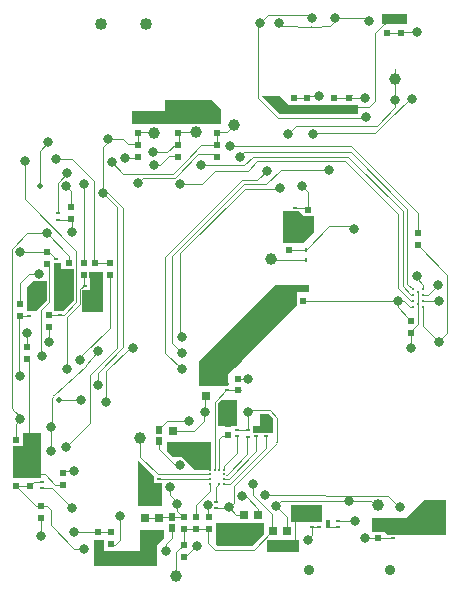
<source format=gbr>
%TF.GenerationSoftware,Altium Limited,Altium Designer,20.1.11 (218)*%
G04 Layer_Physical_Order=4*
G04 Layer_Color=16711680*
%FSLAX45Y45*%
%MOMM*%
%TF.SameCoordinates,A720D921-2E1A-4B1E-B03F-C1F3B01285F1*%
%TF.FilePolarity,Positive*%
%TF.FileFunction,Copper,L4,Bot,Signal*%
%TF.Part,Single*%
G01*
G75*
%TA.AperFunction,Conductor*%
%ADD10C,0.10000*%
%TA.AperFunction,SMDPad,CuDef*%
%ADD15R,0.30000X0.27000*%
%ADD16R,0.50000X0.60000*%
%ADD36R,0.55000X0.60000*%
%TA.AperFunction,ComponentPad*%
%ADD59C,0.90000*%
%ADD60C,1.02000*%
%TA.AperFunction,ViaPad*%
%ADD61C,0.80000*%
%ADD62C,0.50000*%
%ADD63C,0.30000*%
%TA.AperFunction,SMDPad,CuDef*%
%ADD75R,0.80000X0.75000*%
%ADD76C,1.00000*%
%ADD77R,0.40000X0.70000*%
%ADD78R,0.40000X0.25000*%
%TA.AperFunction,BGAPad,CuDef*%
%ADD79C,0.25000*%
%TA.AperFunction,SMDPad,CuDef*%
%ADD80R,0.25000X0.36000*%
%ADD81R,0.50000X0.65000*%
G36*
X3170000Y1679999D02*
X3170000Y1459999D01*
X3010000Y1460000D01*
Y1480000D01*
X3089999Y1480001D01*
X3010001D01*
X3010000Y1650000D01*
X3040000Y1680000D01*
X3170000Y1679999D01*
D02*
G37*
G36*
X3471752Y1528248D02*
Y1401752D01*
X3470000Y1400000D01*
X3469998Y1400002D01*
X3307004D01*
X3308002Y1401000D01*
Y1460399D01*
X3360000D01*
Y1560000D01*
X3440000D01*
X3471752Y1528248D01*
D02*
G37*
G36*
X2950000Y1230000D02*
X2950000D01*
Y1099999D01*
X2940003Y1090002D01*
X2815000D01*
X2705002Y1200000D01*
X2630000D01*
X2580000Y1250000D01*
X2579998Y1320000D01*
X2949999D01*
X2950000Y1230000D01*
D02*
G37*
G36*
X1510000Y1290000D02*
Y1020000D01*
X1270000D01*
X1272505Y1290000D01*
X1360000D01*
Y1400000D01*
X1510000Y1400000D01*
Y1290000D01*
D02*
G37*
G36*
X2470000Y1030000D02*
X2470000Y980000D01*
X2533001D01*
Y783001D01*
X2530000Y780000D01*
X2330000D01*
Y1170000D01*
X2470000Y1030000D01*
D02*
G37*
G36*
X3890000Y642376D02*
X3630000Y642376D01*
Y790000D01*
X3890000D01*
X3890000Y642376D01*
D02*
G37*
G36*
X4940000Y540000D02*
X4930000D01*
X4440000Y540000D01*
X4419998Y560001D01*
X4310000D01*
Y680000D01*
X4600000D01*
X4750000Y830000D01*
X4940000D01*
Y540000D01*
D02*
G37*
G36*
X3400002Y545569D02*
X3294433Y440000D01*
X3010000D01*
X2990000Y460000D01*
X2990000Y640000D01*
X3160001Y640001D01*
X3400002D01*
Y545569D01*
D02*
G37*
G36*
X2550000Y510000D02*
X2490000Y450000D01*
Y270000D01*
X1960000D01*
Y490000D01*
X2040000D01*
Y400000D01*
X2350000D01*
Y580000D01*
X2550000D01*
Y510000D01*
D02*
G37*
G36*
X3690000Y390000D02*
X3420000D01*
Y488700D01*
X3420743Y490000D01*
X3690000D01*
Y390000D01*
D02*
G37*
G36*
X4607505Y4950000D02*
X4607503Y4860000D01*
X4392495Y4860000D01*
Y4950000D01*
X4607505Y4950000D01*
D02*
G37*
G36*
X3481000Y4250000D02*
X3530000D01*
X3600000Y4180000D01*
X4190000D01*
Y4160000D01*
Y4100000D01*
X3530000D01*
X3380000Y4250000D01*
X3481000D01*
X3481000Y4250000D01*
D02*
G37*
G36*
X3030000Y4142000D02*
Y4100000D01*
Y4020000D01*
X2280000D01*
Y4130000D01*
X2560000D01*
Y4220000D01*
X2952000D01*
X3030000Y4142000D01*
D02*
G37*
G36*
X3730000Y3239999D02*
X3820000Y3240000D01*
Y3100000D01*
X3730000Y3010000D01*
X3560000D01*
Y3280000D01*
X3690000D01*
X3730000Y3239999D01*
D02*
G37*
G36*
X2030000Y2420000D02*
X1860000D01*
Y2550000D01*
X1860000Y2550000D01*
Y2610007D01*
X1920000Y2610000D01*
X1920000Y2610000D01*
X1920000Y2610000D01*
Y2670501D01*
D01*
X1918319Y2760000D01*
X1925501D01*
Y2760000D01*
X2014499D01*
D01*
X2030000D01*
Y2420000D01*
D02*
G37*
G36*
X1559999Y2519999D02*
X1470000Y2430000D01*
X1390000Y2429999D01*
X1390000Y2639999D01*
X1439999Y2689999D01*
X1560000Y2690000D01*
X1559999Y2519999D01*
D02*
G37*
G36*
X1618507Y2840000D02*
X1680000D01*
Y2790000D01*
X1785000D01*
Y2522002D01*
X1692988Y2429989D01*
X1620000Y2429995D01*
X1617003Y2841504D01*
X1618507Y2840000D01*
D02*
G37*
G36*
X3780000Y2590000D02*
X3680000D01*
X3680000Y2480000D01*
X3210000Y2010000D01*
X3170000Y1970000D01*
X3149704Y1949704D01*
X3096499Y1896499D01*
Y1819999D01*
X3078501Y1820000D01*
Y1820001D01*
X2850000D01*
Y1970000D01*
Y2000000D01*
Y2010000D01*
X3490000Y2650000D01*
X3780000D01*
Y2590000D01*
D02*
G37*
G36*
X3096499Y1819999D02*
Y1800000D01*
X2850000D01*
Y1820001D01*
X3096499Y1819999D01*
D02*
G37*
%LPC*%
G36*
X3129408Y1970000D02*
D01*
X3150000D01*
D01*
X3129408D01*
D02*
G37*
%LPD*%
D10*
X1622304Y1720585D02*
G03*
X1617392Y1715395I37702J-40592D01*
G01*
X1888390Y1968491D02*
G03*
X1894225Y1974623I-47989J51509D01*
G01*
X3351106Y826885D02*
G03*
X3356885Y821106I52586J46807D01*
G01*
X3504224Y1314224D02*
G03*
X3507151Y1321096I-7072J7071D01*
G01*
X2060799Y1809638D02*
G03*
X2060799Y1810452I-70399J362D01*
G01*
X3799423Y4839207D02*
G03*
X3801987Y4839217I1015J70393D01*
G01*
X2035000Y3487506D02*
G03*
X2035000Y3502495I-70000J7495D01*
G01*
X4120002Y4239999D02*
X4249999D01*
X4340400Y4210400D02*
Y4788393D01*
X4417007Y4864999D01*
X4290000Y4160000D02*
X4340400Y4210400D01*
X4166824Y4160000D02*
X4290000D01*
X4251668Y4069600D02*
X4257934Y4075866D01*
X3670003Y4000000D02*
X4349937D01*
X4510000Y4160063D01*
X3517408Y4069600D02*
X4251668D01*
X3349600Y4237408D02*
Y4859600D01*
X3360000Y4870000D01*
X3349600Y4237408D02*
X3517408Y4069600D01*
X3769999Y4250000D02*
X3860000D01*
X4510000Y4220000D02*
Y4320000D01*
X4509999Y4320001D02*
X4510000Y4320000D01*
Y4160063D02*
Y4220000D01*
X4509999Y4320001D02*
Y4479999D01*
X4450000Y4050000D02*
X4630000Y4230000D01*
X4650000D01*
X4450000Y4050000D02*
X4450000D01*
X4158000Y3129377D02*
Y3149377D01*
X3949994Y3149994D02*
X4158617D01*
X4158000Y3149377D02*
X4158617Y3149994D01*
X4640000Y2244999D02*
Y2259995D01*
X1509675Y2439676D02*
X1580000Y2510000D01*
X1579997Y2300001D02*
X1580076Y2299923D01*
X1509675Y2060325D02*
X1520000Y2050000D01*
X1580076Y2170000D02*
Y2299923D01*
X1509675Y2060325D02*
Y2439676D01*
X1329999Y2490001D02*
Y2669999D01*
X1410000Y2750000D02*
X1490000D01*
X1329999Y2669999D02*
X1410000Y2750000D01*
X1319600Y1894539D02*
X1330000Y1884139D01*
X1319600Y1894539D02*
Y2279161D01*
X1330000Y2930000D02*
X1530000D01*
X1259600Y1610400D02*
X1270000Y1600000D01*
X1259600Y1610400D02*
Y2959600D01*
X1390000Y3090000D01*
X1559200D01*
X1319600Y2279161D02*
X1320000Y2279561D01*
Y2380002D02*
X1329999Y2390001D01*
X1320000Y2279561D02*
Y2380002D01*
X1390000Y2150000D02*
X1410001Y2129999D01*
X1390000Y2150000D02*
Y2250000D01*
X1580000Y2510000D02*
Y2810001D01*
X1560002Y2830000D02*
X1580000Y2810001D01*
X1530000Y2930000D02*
X1578500D01*
X1638500Y2870000D01*
X1351493Y2391495D02*
X1409993D01*
X4880000Y2180000D02*
X4950400Y2250400D01*
X4880000Y2170000D02*
Y2180000D01*
X4950400Y2250400D02*
Y2737102D01*
X4880000Y2170000D02*
Y2170000D01*
X4743500Y2306500D02*
Y2464996D01*
Y2306500D02*
X4880000Y2170000D01*
X4417007Y4864999D02*
X4419999D01*
X4439999Y4884999D01*
Y4889999D01*
X4564603Y4794600D02*
X4689600D01*
X4560002Y4789999D02*
X4564603Y4794600D01*
X4439999Y4789999D02*
X4560002D01*
X3200001Y1859999D02*
X3259999D01*
X3170001Y1427001D02*
X3259996D01*
X3510800Y1503747D02*
Y1528760D01*
X3449160Y1590400D02*
X3510800Y1528760D01*
X3270400Y1590400D02*
X3449160D01*
X3260000Y1580000D02*
X3270400Y1590400D01*
X3420000Y1515259D02*
Y1520000D01*
Y1515259D02*
X3435220Y1500039D01*
X3260000Y1430002D02*
Y1580000D01*
X2924998Y465002D02*
Y584999D01*
X2980000Y410000D02*
X3309999D01*
X2924998Y465002D02*
X2980000Y410000D01*
X3091498Y761498D02*
X3100000Y770000D01*
X2989999Y761498D02*
X3091498D01*
X2820000Y440000D02*
X2830000D01*
X2730001Y350001D02*
X2820000Y440000D01*
X2720000Y589998D02*
X2720002Y590000D01*
X2720000Y460001D02*
Y589998D01*
X2700002Y440003D02*
X2720000Y460001D01*
X2700002Y437503D02*
Y440003D01*
X2687500Y425001D02*
X2700002Y437503D01*
X2652100Y392593D02*
X2669908Y410401D01*
X2685000Y425001D02*
X2687500D01*
X2669908Y410401D02*
X2670400D01*
X2650000Y390001D02*
X2652100Y392101D01*
X2670400Y410401D02*
X2685000Y425001D01*
X2652100Y392101D02*
Y392593D01*
X2650000Y190000D02*
Y390001D01*
X1873759Y2653257D02*
X1873759Y2653257D01*
X1869999Y2739998D02*
X1873759Y2736239D01*
Y2653257D02*
Y2736239D01*
X1840000Y2615247D02*
X1878010Y2653257D01*
X1873759D02*
X1878010D01*
X1859091Y2057633D02*
Y2059091D01*
X2090000Y2290000D02*
Y2740000D01*
X1840400Y2020000D02*
Y2038942D01*
X1859091Y2057633D01*
Y2059091D02*
X2090000Y2290000D01*
X1804600Y2504663D02*
Y2696609D01*
X1805399Y2697408D01*
Y2944161D01*
X1840000Y2490000D02*
Y2615247D01*
X1730400Y2380400D02*
X1840000Y2490000D01*
X1701430Y2401493D02*
X1804600Y2504663D01*
X1370000Y3379560D02*
X1805399Y2944161D01*
X1730400Y1940000D02*
Y2380400D01*
X1671490Y2401493D02*
X1701430D01*
X1670010Y2400012D02*
X1671490Y2401493D01*
X1581491Y2398508D02*
X1670010D01*
X1669990Y2401493D02*
X1671490D01*
X1622304Y1720585D02*
X1888390Y1968491D01*
X1598694Y1459088D02*
Y1692886D01*
X1617392Y1715395D01*
X1894225Y1974623D02*
X1991665Y2090000D01*
X1670010Y2398508D02*
Y2400012D01*
X1660006Y1679993D02*
X1660013Y1680000D01*
X1850000D01*
X2150000Y2120439D02*
Y3310000D01*
X1920000Y1890439D02*
X2150000Y2120439D01*
X1920000Y1709561D02*
Y1890439D01*
X2205000Y2125376D02*
Y3305063D01*
X1990000Y1910376D02*
X2205000Y2125376D01*
X1990000Y1812800D02*
Y1910376D01*
X2260000Y2120000D02*
X2290000D01*
X2060401Y1920400D02*
X2063329Y1923329D01*
X1990000Y1812800D02*
X1990400Y1810000D01*
X2063329Y1923329D02*
X2260000Y2120000D01*
X2060401Y1912116D02*
Y1920400D01*
Y1912116D02*
X2060799Y1810452D01*
X2060000Y1660000D02*
Y1684942D01*
X2057471Y1687471D02*
X2060000Y1684942D01*
X1410800Y1390800D02*
Y1890533D01*
X1410798D02*
X1410800D01*
X1410000Y1390000D02*
X1410800Y1390800D01*
X3500000Y780000D02*
X3595244Y684756D01*
X3500000Y780000D02*
X3540400Y820400D01*
X3902592D01*
X3595244Y582749D02*
Y684756D01*
X4335646Y790000D02*
X4360000D01*
X4305646Y820000D02*
X4335646Y790000D01*
X4120000Y820000D02*
X4305646D01*
X3902992D02*
X4120000D01*
X3902592Y820400D02*
X3902992Y820000D01*
X3403692Y873692D02*
X4440000Y870000D01*
X4442929Y867071D01*
X4540000Y770000D01*
X3770000Y507779D02*
X3800001Y537780D01*
Y601501D01*
X3770000Y490000D02*
Y507779D01*
X3862002Y604501D02*
X3865002Y607501D01*
X3803001Y604501D02*
X3862002D01*
X3800001Y601501D02*
X3803001Y604501D01*
X3589998Y577503D02*
X3595244Y582749D01*
X3660000Y660000D02*
X3660398Y659602D01*
Y450398D02*
Y659602D01*
X3660000Y450000D02*
X3660398Y450398D01*
X3467071Y570432D02*
Y710919D01*
X3309999Y410000D02*
X3467501Y567502D01*
X4120002Y4243891D02*
X4140002Y4263891D01*
X4120002Y4239999D02*
Y4243891D01*
X3820432Y3940031D02*
X4340032D01*
X3600001Y3929998D02*
X3670003Y4000000D01*
X3810000Y3929600D02*
X3820432Y3940031D01*
X3110000Y3830000D02*
X4130000D01*
X4700000Y3260000D01*
X4640000Y2259995D02*
X4700003Y2319998D01*
X4620002Y2264997D02*
Y2269997D01*
Y2264997D02*
X4640000Y2244999D01*
X4700003Y2319998D02*
Y2439998D01*
X4748501Y2520000D02*
X4880000D01*
X4743500Y2514999D02*
X4748501Y2520000D01*
X4700000Y2987502D02*
X4950400Y2737102D01*
X3250897Y856606D02*
X3349999Y757504D01*
Y707499D02*
Y757504D01*
X3210400Y870000D02*
X3223794Y856606D01*
X3250897D01*
X3303795Y874195D02*
X3350906Y827085D01*
X3351106Y826884D01*
X3356884Y821106D02*
X3357082Y820908D01*
X3303795Y874195D02*
Y966205D01*
X3357082Y820908D02*
X3467071Y710919D01*
X3300000Y970000D02*
X3303795Y966205D01*
X2919998Y589999D02*
X2924998Y584999D01*
X2812499Y614999D02*
X2827502D01*
X4019999Y658501D02*
X4168501D01*
X4489998Y568500D02*
X4490746Y569249D01*
X4449998Y568500D02*
X4489998D01*
X4408498Y610000D02*
X4449998Y568500D01*
X4359999Y610000D02*
X4408498D01*
X4361497Y511498D02*
X4489998D01*
X4540000Y770000D02*
X4550000D01*
X3507151Y1321096D02*
X3510785Y1503747D01*
X3395400Y1205400D02*
X3504224Y1314224D01*
X3060000Y1010000D02*
X3066742D01*
X3109874Y970000D02*
X3410002Y1270128D01*
X3140000Y810000D02*
Y950063D01*
X3410002Y1270128D02*
Y1371498D01*
X3096766Y1012497D02*
X3329998Y1245730D01*
X3069239Y1012497D02*
X3096766D01*
X3066742Y1010000D02*
X3069239Y1012497D01*
X3395337Y1205400D02*
X3395400D01*
X3060000Y970000D02*
X3109874D01*
X3329998Y1245730D02*
Y1371503D01*
X3140000Y950063D02*
X3395337Y1205400D01*
X2979110Y1090890D02*
Y1661117D01*
X3020000Y1098532D02*
Y1350000D01*
X1340000Y2380002D02*
X1351493Y2391495D01*
X1272929Y1597071D02*
X1330000Y1540000D01*
X1410001Y2029999D02*
X1410798Y1890533D01*
X1270000Y1600000D02*
X1272929Y1597071D01*
X2389998Y542498D02*
X2400000Y532496D01*
X4359998Y609999D02*
X4359999Y610000D01*
X4250000Y510000D02*
X4359999D01*
X4361497Y511498D01*
X4359998Y509999D02*
X4359999Y510000D01*
X2137502Y453748D02*
X2180000Y496246D01*
Y700000D01*
X2100001Y459999D02*
X2106252Y453748D01*
X2137502D01*
X1790000Y560000D02*
X1989998D01*
Y559999D02*
X2100001D01*
X1598490Y931510D02*
X1768091Y761909D01*
X1770000D01*
X1520008Y931510D02*
X1598490D01*
X1692502Y1059998D02*
Y1061863D01*
X1712502Y1081863D02*
X1791091D01*
X1692502Y1061863D02*
X1712502Y1081863D01*
X1500000Y3490000D02*
Y3790000D01*
X1570000Y3860000D01*
X3083748Y1373750D02*
X3089999Y1380001D01*
X3043750Y1373750D02*
X3083748D01*
X3020000Y1350000D02*
X3043750Y1373750D01*
X3170001Y1230001D02*
Y1371499D01*
X3060000Y1120000D02*
X3170001Y1230001D01*
X3060000Y1090002D02*
Y1120000D01*
X2940000Y909561D02*
Y970000D01*
X3082103Y1047897D02*
X3257197Y1222991D01*
X2989999Y939999D02*
X3020000Y970000D01*
X3100000Y770000D02*
X3140000Y810000D01*
X2989999Y818501D02*
Y939999D01*
X3076983Y1047897D02*
X3082103D01*
X3257197Y1222991D02*
Y1367203D01*
X3259997Y1370003D01*
X2820002Y789563D02*
X2940000Y909561D01*
X3100000Y770000D02*
X3162498Y707502D01*
X2630000Y1282498D02*
X2646637Y1265862D01*
X2510000Y1260809D02*
X2640809Y1130000D01*
X2510000Y1260809D02*
Y1332496D01*
X2640809Y1130000D02*
X2690000D01*
X2510000Y1332496D02*
X2510002Y1332498D01*
X2690000Y1130000D02*
Y1160000D01*
X2498038Y1052401D02*
X2929059D01*
X2523396Y1010398D02*
X2939606D01*
X2630000Y1417499D02*
X2635000Y1412499D01*
X2802499D02*
X2890000Y1500000D01*
X2635000Y1412499D02*
X2802499D01*
X2890000Y1570000D02*
X2900000Y1580000D01*
X2890000Y1500000D02*
Y1570000D01*
X2075000Y3866058D02*
Y3885000D01*
X4271058Y4890000D02*
X4290000D01*
X4251058Y4910000D02*
X4271058Y4890000D01*
X4000000Y4910000D02*
X4251058D01*
X1300000Y1240000D02*
X1320000D01*
X1330000Y1510000D02*
Y1540000D01*
X1300000Y1340000D02*
Y1480000D01*
X1330000Y1510000D01*
X3524268Y4869600D02*
Y4869600D01*
X3551078Y4842789D02*
X3555136Y4842730D01*
X3799423Y4839207D01*
X3524268Y4869600D02*
X3551078Y4842789D01*
X3430000Y4940000D02*
X3770039D01*
X3800439Y4909600D01*
X3238876Y3468750D02*
X3528750D01*
X3414150Y3504150D02*
X3540000Y3630000D01*
X2690000Y2919874D02*
X3238876Y3468750D01*
X2560000Y2890000D02*
X3209550Y3539550D01*
X3339550D02*
X3420000Y3620000D01*
X3528750Y3468750D02*
X3530000Y3470000D01*
X3209550Y3539550D02*
X3339550D01*
X2620000Y2899937D02*
X3224213Y3504150D01*
X3414150D01*
X3190000Y3740400D02*
X3195200D01*
X3230200Y3775400D02*
X4134537D01*
X3195200Y3740400D02*
X3230200Y3775400D01*
X2869251Y3509780D02*
X2979871Y3620400D01*
X2690220Y3509780D02*
X2869251D01*
X3230000Y3670000D02*
X3300000Y3740000D01*
X2860000Y3670000D02*
X3230000D01*
X2639752Y3559200D02*
X2840552Y3760000D01*
X2727899Y3697962D02*
X2864448Y3834511D01*
X2727899Y3697409D02*
Y3697962D01*
X2625089Y3594600D02*
X2727899Y3697409D01*
X4134537Y3775400D02*
X4610000Y3299937D01*
X2840552Y3760000D02*
X2980003D01*
X3000002Y3740001D01*
X3300000Y3740000D02*
X4110000D01*
X4120002Y3729998D01*
X4120003D01*
X4570000Y3280000D01*
X3949600Y3630000D02*
X3950000Y3629600D01*
X3260400Y3620400D02*
X3340000Y3700000D01*
X4080000D02*
X4530000Y3250000D01*
X3340000Y3700000D02*
X4080000D01*
X3540000Y3630000D02*
X3949600D01*
X2515063Y3665000D02*
X2595066Y3745003D01*
X2464600Y3665000D02*
X2515063D01*
X2580000Y3780000D02*
X2650002Y3850003D01*
X2595066Y3745003D02*
X2685001D01*
X2460000Y3780000D02*
X2580000D01*
X2205400Y3594600D02*
X2625089D01*
X2374200Y3559200D02*
X2639752D01*
X2330000Y3515000D02*
X2374200Y3559200D01*
X2999998Y3939999D02*
X3009999Y3950000D01*
X3139998Y4009998D02*
Y4010001D01*
X3080000Y3950000D02*
X3139998Y4009998D01*
X3009999Y3950000D02*
X3080000D01*
X4869600Y2649595D02*
Y2649998D01*
X4787871Y2567866D02*
X4869600Y2649595D01*
X3435220Y1492016D02*
Y1496458D01*
X3435220Y1500039D01*
X2030000Y3430000D02*
X2150000Y3310000D01*
X2650002Y3850003D02*
X2680001D01*
X2979871Y3620400D02*
X3260400D01*
X2710000Y350001D02*
X2730001D01*
X2575003Y1500000D02*
X2760000D01*
X2510002Y1434999D02*
X2575003Y1500000D01*
X2510002Y1427499D02*
Y1434999D01*
X2600000Y877782D02*
X2660000Y817782D01*
X2600000Y877782D02*
Y939998D01*
X2660000Y735385D02*
Y800000D01*
Y817782D01*
X2350000Y1200439D02*
X2498038Y1052401D01*
X2660000Y735385D02*
X2700000Y695385D01*
X2694805Y690190D02*
X2700000Y695385D01*
X3162498Y707502D02*
X3230001D01*
X2820002Y689999D02*
Y789563D01*
X2920000Y689997D02*
X2939998Y669999D01*
X2920000Y689997D02*
Y790000D01*
X2924998Y584999D02*
X2929998Y589999D01*
X2509250Y950749D02*
X2509999Y951498D01*
X2510000Y951497D01*
X2510002Y677500D02*
X2520001Y687499D01*
X2619998D01*
X2389998Y677499D02*
X2510001D01*
X2510002Y677500D01*
X2390000Y542499D02*
X2510002D01*
X2389998Y542498D02*
X2390000Y542499D01*
X1920400Y1480400D02*
Y1709160D01*
X1720000Y1280000D02*
X1920400Y1480400D01*
X1920000Y1709561D02*
X1920400Y1709160D01*
X2057471Y1687471D02*
X2060400Y1690400D01*
X2060799Y1809638D01*
X1770000Y3720000D02*
X1959600Y3530400D01*
Y2850400D02*
Y3530400D01*
X1870000Y2839999D02*
Y3510000D01*
X1640800Y3720000D02*
X1770000D01*
X1640000Y3719200D02*
X1640800Y3720000D01*
X3360000Y4870000D02*
X3430000Y4940000D01*
X4000000Y4890000D02*
Y4910000D01*
X3952529Y4842529D02*
X4000000Y4890000D01*
X3729998Y2520001D02*
X3735030Y2514969D01*
X4530000D01*
X3445049Y2865997D02*
X3750000D01*
Y2950000D02*
X3949994Y3149994D01*
X4530000Y2464999D02*
Y2514969D01*
Y2464999D02*
X4620002Y2374997D01*
X4530000Y2514969D02*
X4585031D01*
X4635004Y2464996D01*
X4530000Y2630766D02*
X4642897Y2517869D01*
X4570000Y2640829D02*
Y3280000D01*
Y2640829D02*
X4642963Y2567866D01*
X4530000Y2630766D02*
Y3250000D01*
X4620002Y2369997D02*
Y2374997D01*
X4635004Y2464996D02*
X4656500D01*
X4610000Y2661499D02*
X4656500Y2614999D01*
X4610000Y2661499D02*
Y3299937D01*
X3801987Y4839217D02*
X3952529Y4842529D01*
X4120000Y4240000D02*
Y4244997D01*
X4653630Y2517869D02*
X4656500Y2514999D01*
X4642897Y2517869D02*
X4653630D01*
Y2567866D02*
X4656500Y2564996D01*
X4642963Y2567866D02*
X4653630D01*
X4700000Y2987502D02*
Y2990002D01*
Y3090002D02*
Y3260000D01*
X4640000Y2120000D02*
Y2244999D01*
X4639999Y2249999D02*
X4640000Y2249999D01*
X3862002Y655499D02*
X3865002Y652499D01*
X2570000Y400000D02*
Y460000D01*
X2619998Y509998D02*
Y592498D01*
X2570000Y460000D02*
X2619998Y509998D01*
X2720002Y590000D02*
X2820001D01*
X2619998Y687499D02*
X2697497D01*
X2350000Y1200439D02*
Y1330000D01*
X2929059Y1052401D02*
X2931460Y1050000D01*
X2694805Y690190D02*
X2697497Y687499D01*
X3770002Y3290002D02*
Y3439998D01*
X3720000Y3490000D02*
X3770002Y3439998D01*
X2900000Y1857503D02*
X2910001Y1847502D01*
X2560000Y2080000D02*
Y2890000D01*
X2620000Y2160000D02*
Y2899937D01*
X2690000Y2220000D02*
Y2919874D01*
X2620000Y2160000D02*
X2700000Y2080000D01*
X2560000Y2080000D02*
X2700000Y1940000D01*
X2690000Y2220000D02*
X2700000Y2210000D01*
X2864448Y3834511D02*
X3000002D01*
X3751505Y3308499D02*
X3770002Y3290002D01*
X3660000Y3308499D02*
X3751505D01*
X3660000Y3251501D02*
X3661499D01*
X1740001Y3240001D02*
X1779999D01*
X4743500Y2614999D02*
Y2656500D01*
X4690002Y2709998D02*
X4743500Y2656500D01*
X3349997Y572501D02*
X3349999Y572498D01*
X1760001Y3309999D02*
Y3450410D01*
X1720410Y3490000D02*
X1760001Y3450410D01*
X1650010Y3520010D02*
X1730000Y3600000D01*
X1650010Y3258510D02*
Y3520010D01*
X2329999Y3845001D02*
Y3940001D01*
Y3840000D02*
Y3845001D01*
X1510002Y779999D02*
X1510003Y780000D01*
X1560000D01*
X1300000Y944998D02*
Y949998D01*
Y944998D02*
X1320000Y924998D01*
X1325000D01*
X1470000Y779999D01*
X1510002D01*
X1419994Y949998D02*
X1419998Y950002D01*
X1300000Y949998D02*
X1419994D01*
X1453503Y988508D02*
X1520008D01*
X1419994Y954998D02*
X1453503Y988508D01*
X1419994Y949998D02*
Y954998D01*
X1692501Y960000D02*
X1692502Y959998D01*
X1630000Y960000D02*
X1692501D01*
X1419998Y1050002D02*
X1539998D01*
X1630000Y960000D01*
X1419998Y1050002D02*
X1420000Y1050004D01*
X1300000Y1049999D02*
X1300000Y1049998D01*
X1419994D02*
X1419998Y1050002D01*
X1959600Y2850400D02*
X1970000Y2840000D01*
X2090000D01*
X2670000Y4045002D02*
X2685001D01*
X2670000Y4040001D02*
Y4045002D01*
X2669999Y4040000D02*
X2670000Y4040001D01*
X4120001Y4140000D02*
X4120002Y4139999D01*
X3759999D02*
X3759999Y4140000D01*
X3759998D02*
X3759999Y4139999D01*
X3170001Y1427001D02*
Y1428502D01*
X3329998Y1428500D02*
X3329998Y1428501D01*
X3078501Y1820000D02*
X3079999Y1818502D01*
X2979110Y1661117D02*
X2999493Y1681500D01*
X3000000D01*
X2900000Y1580000D02*
Y1702500D01*
X2910001Y1712501D01*
X3000000Y1681500D02*
X3069999Y1751499D01*
X3078499Y1761499D02*
X3079999D01*
X3069999Y1752999D02*
X3078499Y1761499D01*
X3069999Y1751499D02*
Y1752999D01*
X2820002Y589999D02*
X2919998D01*
X2820001Y590000D02*
X2820002Y589999D01*
X3079999Y1761499D02*
X3198501D01*
X3200001Y1759999D01*
X3949999Y601498D02*
X4019999D01*
X3934999Y616498D02*
X3949999Y601498D01*
X3934999Y616498D02*
Y630000D01*
X3259996Y1427001D02*
X3259997Y1427000D01*
X2700000Y1940000D02*
Y1940000D01*
X4743500Y2564996D02*
X4746370Y2567866D01*
X4787871D01*
X4700000Y2440000D02*
X4700003Y2439998D01*
X2035000Y3475063D02*
X2205000Y3305063D01*
X2997713Y3747291D02*
X3000002Y3745002D01*
X2994784Y3750220D02*
X2997713Y3747291D01*
X4340032Y3940031D02*
X4450000Y4050000D01*
X2035000Y3825000D02*
X2056109Y3846109D01*
Y3847168D01*
X2075000Y3866058D01*
X2035000Y3502495D02*
Y3825000D01*
Y3502495D02*
Y3502495D01*
Y3475063D02*
Y3487506D01*
X4700000Y2440000D02*
Y2490000D01*
Y2590000D01*
X3759999Y4239999D02*
X3769999Y4250000D01*
X3989996Y4240000D02*
X4120000D01*
X3650000D02*
X3759998D01*
X3759999Y4239999D01*
X1560000Y3090000D02*
X1750000Y2900000D01*
X1770000Y3100000D02*
Y3200000D01*
X1370000Y3379560D02*
Y3700000D01*
X3610004Y2950000D02*
X3750000D01*
X3610004Y2949999D02*
X3610004Y2950000D01*
X2669999Y3840001D02*
X2680000Y3850002D01*
X2669999Y3940001D02*
X2680000Y3930000D01*
Y3850002D02*
Y3930000D01*
X2999998Y3840005D02*
Y3939999D01*
Y3840005D02*
X3000002Y3840001D01*
X2345004Y3944999D02*
X2495003D01*
X2244999Y3845001D02*
X2329999D01*
Y3839999D02*
X2329999Y3840000D01*
X2329992Y3729993D02*
X2345001Y3745002D01*
X2219996Y3729993D02*
X2329992D01*
X2110001Y3690000D02*
X2205400Y3594600D01*
X1559200Y3090000D02*
X1559600Y3089600D01*
X1790000Y420000D02*
X1870000D01*
X1590000Y620000D02*
X1790000Y420000D01*
X1590000Y620000D02*
Y750000D01*
X1640000Y2813003D02*
X1641500D01*
X1638500Y2870000D02*
X1640000D01*
X2685001Y4045002D02*
X2685005Y4044999D01*
X2075000Y3885000D02*
X2205000D01*
X2244999Y3845001D01*
X1589606Y1450000D02*
X1598694Y1459088D01*
X1590000Y1250000D02*
Y1449606D01*
X1579997Y2400001D02*
X1581491Y2398508D01*
X1560000Y780000D02*
X1590000Y750000D01*
X1510000Y530000D02*
Y560000D01*
X1510002Y560002D02*
Y679999D01*
X1510000Y560000D02*
X1510002Y560002D01*
X1589606Y1450000D02*
X1590000Y1449606D01*
X2685001Y3945002D02*
X2685001Y3945003D01*
X2685004Y3945000D02*
X2825000D01*
X2345001Y3945003D02*
X2345004Y3944999D01*
X2685001Y3945003D02*
X2685004Y3945000D01*
X1760001Y3209999D02*
X1770000Y3200000D01*
X1751509Y3201507D02*
X1760001Y3209999D01*
X1650010Y3201507D02*
X1751509D01*
X1869999Y2839998D02*
X1870000Y2839999D01*
X1750000Y2840001D02*
Y2900000D01*
X1749999Y2840000D02*
X1750000Y2840001D01*
D15*
X1669990Y2458490D02*
D03*
Y2401493D02*
D03*
X4489998Y568500D02*
D03*
Y511498D02*
D03*
X3170001Y1428502D02*
D03*
Y1371499D02*
D03*
X3410002Y1428501D02*
D03*
Y1371498D02*
D03*
X1520008Y931510D02*
D03*
Y988508D02*
D03*
X3800001Y601501D02*
D03*
Y658499D02*
D03*
X4019999Y658501D02*
D03*
Y601498D02*
D03*
X1880006Y2591507D02*
D03*
Y2648510D02*
D03*
X1640000Y2813003D02*
D03*
Y2870000D02*
D03*
X1409993Y2391495D02*
D03*
Y2448493D02*
D03*
X1650010Y3258510D02*
D03*
Y3201507D02*
D03*
X3660000Y3251501D02*
D03*
Y3308499D02*
D03*
X3329998Y1371503D02*
D03*
Y1428500D02*
D03*
X3259997Y1370003D02*
D03*
Y1427000D02*
D03*
X2509999Y1008501D02*
D03*
Y951498D02*
D03*
X2989999Y761498D02*
D03*
Y818501D02*
D03*
X3079999Y1761499D02*
D03*
Y1818502D02*
D03*
D16*
X1989998Y559999D02*
D03*
Y459999D02*
D03*
X4439999Y4789999D02*
D03*
Y4889999D02*
D03*
X4560002Y4789999D02*
D03*
Y4889999D02*
D03*
X4359998Y509999D02*
D03*
Y609999D02*
D03*
X4639999Y2349999D02*
D03*
Y2249999D02*
D03*
X1692502Y1059998D02*
D03*
Y959998D02*
D03*
X1560002Y2830000D02*
D03*
Y2929999D02*
D03*
X1390002Y2129999D02*
D03*
Y2029999D02*
D03*
X1749999Y2840000D02*
D03*
Y2740000D02*
D03*
X1869999Y2839998D02*
D03*
Y2739998D02*
D03*
X1329999Y2390001D02*
D03*
Y2490001D02*
D03*
X1760001Y3309999D02*
D03*
Y3209999D02*
D03*
X1970000Y2740000D02*
D03*
Y2840000D02*
D03*
X1300000Y1240000D02*
D03*
Y1340000D02*
D03*
X1419998Y1050002D02*
D03*
Y950002D02*
D03*
X1300000Y1049998D02*
D03*
Y949998D02*
D03*
X3729998Y2620000D02*
D03*
Y2520001D02*
D03*
X3610004Y3049999D02*
D03*
Y2949999D02*
D03*
X3770002Y3190002D02*
D03*
Y3290002D02*
D03*
X3650000Y4140000D02*
D03*
Y4240000D02*
D03*
X3759999Y4139999D02*
D03*
Y4239999D02*
D03*
X3989996Y4140000D02*
D03*
Y4240000D02*
D03*
X4120002Y4139999D02*
D03*
Y4239999D02*
D03*
D36*
X4700000Y2990002D02*
D03*
Y3090002D02*
D03*
X2090000Y2840000D02*
D03*
Y2740000D02*
D03*
X2329999Y3839999D02*
D03*
Y3740000D02*
D03*
X2669999Y3740001D02*
D03*
Y3840001D02*
D03*
X3000002D02*
D03*
Y3740001D02*
D03*
X1579997Y2300001D02*
D03*
Y2400001D02*
D03*
X2100001Y559999D02*
D03*
Y459999D02*
D03*
X1510002Y779999D02*
D03*
Y679999D02*
D03*
X2999998Y4039999D02*
D03*
Y3939999D02*
D03*
X2669999Y4040000D02*
D03*
Y3940001D02*
D03*
X2329999Y4040000D02*
D03*
Y3940001D02*
D03*
X2720002Y690000D02*
D03*
Y590000D02*
D03*
X2820002Y589999D02*
D03*
Y689999D02*
D03*
X3089999Y1480001D02*
D03*
Y1380001D02*
D03*
X2929998Y589999D02*
D03*
Y689999D02*
D03*
X2720000Y350001D02*
D03*
Y450001D02*
D03*
X3180001Y1759999D02*
D03*
Y1859999D02*
D03*
D59*
X4459999Y240002D02*
D03*
X3780000D02*
D03*
D60*
X2020000Y4860000D02*
D03*
X2401000D02*
D03*
D61*
X4249999Y4239999D02*
D03*
X4257934Y4075866D02*
D03*
X3860000Y4250000D02*
D03*
X4510000Y4220000D02*
D03*
X4650000Y4230000D02*
D03*
X4158000Y3129377D02*
D03*
X4820009Y660004D02*
D03*
X4660008D02*
D03*
X3700007Y3060007D02*
D03*
X3740007Y740004D02*
D03*
X3660007Y3140007D02*
D03*
X3540007Y4180008D02*
D03*
Y2580006D02*
D03*
X3500007Y2500006D02*
D03*
X3460007Y2420006D02*
D03*
X3420007Y2500006D02*
D03*
X3380007Y2420006D02*
D03*
X3420007Y2340006D02*
D03*
X3260007D02*
D03*
Y2180006D02*
D03*
X3220007Y2100005D02*
D03*
X3180007Y2180006D02*
D03*
X3140007Y2100005D02*
D03*
X3060007D02*
D03*
Y1620005D02*
D03*
Y500004D02*
D03*
X2860006Y4100008D02*
D03*
X2780006Y1220004D02*
D03*
X2420006Y980004D02*
D03*
X2380006Y1060004D02*
D03*
X1460005Y2580006D02*
D03*
X1380005Y1140004D02*
D03*
X4740009Y660004D02*
D03*
X3820007Y740004D02*
D03*
X3620007Y2580006D02*
D03*
X3580007Y2500006D02*
D03*
X3540007Y2420006D02*
D03*
X3380007Y2260006D02*
D03*
X3340007Y2340006D02*
D03*
X3300007Y2260006D02*
D03*
X3220007D02*
D03*
X3140007Y500004D02*
D03*
X3100006Y2180006D02*
D03*
X2860006Y1220004D02*
D03*
X2780006Y4100008D02*
D03*
X2420006Y340003D02*
D03*
X2380006Y900004D02*
D03*
X2180006Y340003D02*
D03*
X2100005D02*
D03*
X2020005D02*
D03*
X1980005Y2500006D02*
D03*
X1700005Y2580006D02*
D03*
X1660005Y2660006D02*
D03*
X1460005Y1300005D02*
D03*
X1420005Y1220004D02*
D03*
X1580076Y2170000D02*
D03*
X1330000Y1884139D02*
D03*
Y2930000D02*
D03*
X1390000Y2250000D02*
D03*
X1490000Y2750000D02*
D03*
X4689600Y4794600D02*
D03*
X3259999Y1859999D02*
D03*
X3420000Y1520000D02*
D03*
X3260000Y1580000D02*
D03*
X2830000Y440000D02*
D03*
X1840400Y2020000D02*
D03*
X1730400Y1940000D02*
D03*
X1991665Y2090000D02*
D03*
X2060000Y1660000D02*
D03*
X2290000Y2120000D02*
D03*
X1520000Y2050000D02*
D03*
X3500000Y780000D02*
D03*
X4120000Y820000D02*
D03*
X3770000Y490000D02*
D03*
X3810000Y3929600D02*
D03*
X3110000Y3830000D02*
D03*
X4880000Y2520000D02*
D03*
X3403692Y873692D02*
D03*
X4168501Y658501D02*
D03*
X4550000Y770000D02*
D03*
X4250000Y510000D02*
D03*
X2180000Y700000D02*
D03*
X1770000Y761909D02*
D03*
X1791091Y1081863D02*
D03*
X1570000Y3860000D02*
D03*
X3100000Y770000D02*
D03*
D03*
X2690000Y1130000D02*
D03*
X1790000Y560000D02*
D03*
X2860000Y3670000D02*
D03*
X3720000Y3490000D02*
D03*
X3530000Y3470000D02*
D03*
X2690220Y3509780D02*
D03*
X2075000Y3885000D02*
D03*
X4530000Y2514969D02*
D03*
X4290000Y4890000D02*
D03*
X3190000Y3740400D02*
D03*
X3950000Y3629600D02*
D03*
X3420000Y3620000D02*
D03*
X2460000Y3780000D02*
D03*
X2464600Y3665000D02*
D03*
X4880000Y2170000D02*
D03*
X4869600Y2649998D02*
D03*
X2760000Y1500000D02*
D03*
X2600000Y939998D02*
D03*
X2660000Y800000D02*
D03*
X2920000Y790000D02*
D03*
X1850000Y1680000D02*
D03*
X1990400Y1810000D02*
D03*
X1870000Y3510000D02*
D03*
X1640000Y3719200D02*
D03*
X3600001Y3929998D02*
D03*
X3360000Y4870000D02*
D03*
X4000000Y4910000D02*
D03*
X3800439Y4909600D02*
D03*
X4689937Y2730000D02*
D03*
X4640000Y2120000D02*
D03*
X2570000Y400000D02*
D03*
X3210400Y870000D02*
D03*
X3300000Y970000D02*
D03*
X1720410Y3490000D02*
D03*
X1330000Y1520000D02*
D03*
X2900000Y1580000D02*
D03*
X2700000Y2080000D02*
D03*
Y1940000D02*
D03*
Y2210000D02*
D03*
X3524268Y4869600D02*
D03*
X1720000Y1280000D02*
D03*
X1559600Y3089600D02*
D03*
X1770000Y3100000D02*
D03*
X2219996Y3729993D02*
D03*
X2110001Y3690000D02*
D03*
X2030000Y3430000D02*
D03*
X1730000Y3600000D02*
D03*
X2330000Y3515000D02*
D03*
X1589606Y1450000D02*
D03*
X1870000Y420000D02*
D03*
X1510000Y530000D02*
D03*
X1590000Y1250000D02*
D03*
X1370000Y3700000D02*
D03*
D62*
X1660006Y1679993D02*
D03*
X1500000Y3490000D02*
D03*
D63*
X3060000Y970000D02*
D03*
Y1050000D02*
D03*
Y1010000D02*
D03*
X3060002Y1090002D02*
D03*
X3020000Y1090000D02*
D03*
X2940003Y1090002D02*
D03*
X2980000Y1090000D02*
D03*
X2940003Y1010002D02*
D03*
X2940000Y970000D02*
D03*
Y1050000D02*
D03*
X3020000Y970000D02*
D03*
D75*
X3470001Y567502D02*
D03*
Y432501D02*
D03*
X3230001Y572501D02*
D03*
Y707502D02*
D03*
X2389998Y542498D02*
D03*
Y677499D02*
D03*
X3589998Y432502D02*
D03*
Y567503D02*
D03*
X3349999Y707499D02*
D03*
Y572498D02*
D03*
X2910001Y1712501D02*
D03*
Y1847502D02*
D03*
X2510002Y677500D02*
D03*
Y542499D02*
D03*
X2630000Y1417499D02*
D03*
Y1282498D02*
D03*
D76*
X3460000Y2870000D02*
D03*
X4509998Y4399999D02*
D03*
X2824998Y3944999D02*
D03*
X2470001Y3939998D02*
D03*
X3139998Y4010001D02*
D03*
X2650000Y190000D02*
D03*
X2350000Y1360000D02*
D03*
X4360000Y790000D02*
D03*
X4780000Y769998D02*
D03*
D77*
X3934999Y630000D02*
D03*
D78*
X3865002Y607501D02*
D03*
Y652499D02*
D03*
D79*
X4743500Y2464996D02*
D03*
Y2514999D02*
D03*
Y2564996D02*
D03*
Y2614999D02*
D03*
X4700000Y2490000D02*
D03*
Y2590000D02*
D03*
X4656500Y2464996D02*
D03*
Y2514999D02*
D03*
Y2564996D02*
D03*
Y2614999D02*
D03*
D80*
X3750000Y2865997D02*
D03*
Y2950000D02*
D03*
D81*
X2510002Y1427499D02*
D03*
Y1332498D02*
D03*
X2619998Y687499D02*
D03*
Y592498D02*
D03*
%TF.MD5,f644c2e6a04e39999a82011b8f26ba71*%
M02*

</source>
